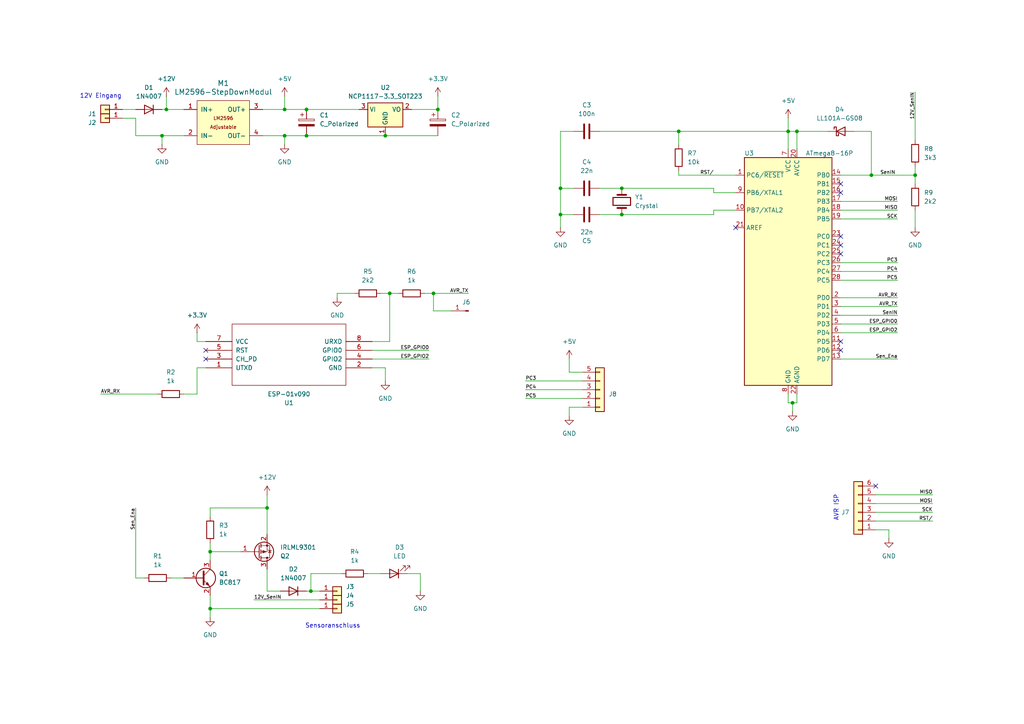
<source format=kicad_sch>
(kicad_sch (version 20231120) (generator "eeschema") (generator_version "8.0")
  (paper "A4")
  (lib_symbols
    (symbol "Connector:Conn_01x01_Pin" (pin_names (offset 1.016) hide)
      (property "Reference" "J" (at 0 2.54 0))
      (property "Value" "Conn_01x01_Pin" (at 0 -2.54 0))
      (symbol "Conn_01x01_Pin_1_1"
        (polyline (pts (xy 1.27 0) (xy 0.8636 0)) (stroke (width 0.1524)))
        (rectangle (start 0.8636 0.127) (end 0 -0.127) (stroke (width 0.1524)) (fill (type outline)))
        (pin passive line (at 5.08 0 180) (length 3.81) (name "Pin_1") (number "1"))
      )
    )
    (symbol "Connector_Generic:Conn_01x01" (pin_names (offset 1.016) hide)
      (property "Reference" "J" (at 0 2.54 0))
      (property "Value" "Conn_01x01" (at 0 -2.54 0))
      (symbol "Conn_01x01_1_1"
        (rectangle (start -1.27 0.127) (end 0 -0.127) (stroke (width 0.1524)))
        (rectangle (start -1.27 1.27) (end 1.27 -1.27) (stroke (width 0.254)) (fill (type background)))
        (pin passive line (at -5.08 0 0) (length 3.81) (name "Pin_1") (number "1"))
      )
    )
    (symbol "Connector_Generic:Conn_01x05" (pin_names (offset 1.016) hide)
      (property "Reference" "J" (at 0 7.62 0))
      (property "Value" "Conn_01x05" (at 0 -7.62 0))
      (symbol "Conn_01x05_1_1"
        (rectangle (start -1.27 -4.953) (end 0 -5.207) (stroke (width 0.1524)))
        (rectangle (start -1.27 -2.413) (end 0 -2.667) (stroke (width 0.1524)))
        (rectangle (start -1.27 0.127) (end 0 -0.127) (stroke (width 0.1524)))
        (rectangle (start -1.27 2.667) (end 0 2.413) (stroke (width 0.1524)))
        (rectangle (start -1.27 5.207) (end 0 4.953) (stroke (width 0.1524)))
        (rectangle (start -1.27 6.35) (end 1.27 -6.35) (stroke (width 0.254)) (fill (type background)))
        (pin passive line (at -5.08 5.08 0) (length 3.81) (name "Pin_1") (number "1"))
        (pin passive line (at -5.08 2.54 0) (length 3.81) (name "Pin_2") (number "2"))
        (pin passive line (at -5.08 0 0) (length 3.81) (name "Pin_3") (number "3"))
        (pin passive line (at -5.08 -2.54 0) (length 3.81) (name "Pin_4") (number "4"))
        (pin passive line (at -5.08 -5.08 0) (length 3.81) (name "Pin_5") (number "5"))
      )
    )
    (symbol "Connector_Generic:Conn_01x06" (pin_names (offset 1.016) hide)
      (property "Reference" "J" (at 0 7.62 0))
      (property "Value" "Conn_01x06" (at 0 -10.16 0))
      (symbol "Conn_01x06_1_1"
        (rectangle (start -1.27 -7.493) (end 0 -7.747) (stroke (width 0.1524)))
        (rectangle (start -1.27 -4.953) (end 0 -5.207) (stroke (width 0.1524)))
        (rectangle (start -1.27 -2.413) (end 0 -2.667) (stroke (width 0.1524)))
        (rectangle (start -1.27 0.127) (end 0 -0.127) (stroke (width 0.1524)))
        (rectangle (start -1.27 2.667) (end 0 2.413) (stroke (width 0.1524)))
        (rectangle (start -1.27 5.207) (end 0 4.953) (stroke (width 0.1524)))
        (rectangle (start -1.27 6.35) (end 1.27 -8.89) (stroke (width 0.254)) (fill (type background)))
        (pin passive line (at -5.08 5.08 0) (length 3.81) (name "Pin_1") (number "1"))
        (pin passive line (at -5.08 2.54 0) (length 3.81) (name "Pin_2") (number "2"))
        (pin passive line (at -5.08 0 0) (length 3.81) (name "Pin_3") (number "3"))
        (pin passive line (at -5.08 -2.54 0) (length 3.81) (name "Pin_4") (number "4"))
        (pin passive line (at -5.08 -5.08 0) (length 3.81) (name "Pin_5") (number "5"))
        (pin passive line (at -5.08 -7.62 0) (length 3.81) (name "Pin_6") (number "6"))
      )
    )
    (symbol "Device:C" (pin_numbers hide) (pin_names (offset 0.254))
      (property "Reference" "C" (at 0.635 2.54 0))
      (property "Value" "C" (at 0.635 -2.54 0))
      (symbol "C_0_1"
        (polyline (pts (xy -2.032 -0.762) (xy 2.032 -0.762)) (stroke (width 0.508)))
        (polyline (pts (xy -2.032 0.762) (xy 2.032 0.762)) (stroke (width 0.508)))
      )
      (symbol "C_1_1"
        (pin passive line (at 0 3.81 270) (length 2.794) (name "~") (number "1"))
        (pin passive line (at 0 -3.81 90) (length 2.794) (name "~") (number "2"))
      )
    )
    (symbol "Device:C_Polarized" (pin_numbers hide) (pin_names (offset 0.254))
      (property "Reference" "C" (at 0.635 2.54 0))
      (property "Value" "C_Polarized" (at 0.635 -2.54 0))
      (symbol "C_Polarized_0_1"
        (rectangle (start -2.286 0.508) (end 2.286 1.016))
        (polyline (pts (xy -1.778 2.286) (xy -0.762 2.286)))
        (polyline (pts (xy -1.27 2.794) (xy -1.27 1.778)))
        (rectangle (start 2.286 -0.508) (end -2.286 -1.016) (fill (type outline)))
      )
      (symbol "C_Polarized_1_1"
        (pin passive line (at 0 3.81 270) (length 2.794) (name "~") (number "1"))
        (pin passive line (at 0 -3.81 90) (length 2.794) (name "~") (number "2"))
      )
    )
    (symbol "Device:Crystal" (pin_numbers hide) (pin_names (offset 1.016) hide)
      (property "Reference" "Y" (at 0 3.81 0))
      (property "Value" "Crystal" (at 0 -3.81 0))
      (symbol "Crystal_0_1"
        (rectangle (start -1.143 2.54) (end 1.143 -2.54) (stroke (width 0.3048)))
        (polyline (pts (xy -2.54 0) (xy -1.905 0)))
        (polyline (pts (xy -1.905 -1.27) (xy -1.905 1.27)) (stroke (width 0.508)))
        (polyline (pts (xy 1.905 -1.27) (xy 1.905 1.27)) (stroke (width 0.508)))
        (polyline (pts (xy 2.54 0) (xy 1.905 0)))
      )
      (symbol "Crystal_1_1"
        (pin passive line (at -3.81 0 0) (length 1.27) (name "1") (number "1"))
        (pin passive line (at 3.81 0 180) (length 1.27) (name "2") (number "2"))
      )
    )
    (symbol "Device:D_Schottky" (pin_numbers hide) (pin_names (offset 1.016) hide)
      (property "Reference" "D" (at 0 2.54 0))
      (property "Value" "D_Schottky" (at 0 -2.54 0))
      (symbol "D_Schottky_0_1"
        (polyline (pts (xy 1.27 0) (xy -1.27 0)))
        (polyline (pts (xy 1.27 1.27) (xy 1.27 -1.27) (xy -1.27 0) (xy 1.27 1.27)) (stroke (width 0.254)))
        (polyline (pts (xy -1.905 0.635) (xy -1.905 1.27) (xy -1.27 1.27) (xy -1.27 -1.27) (xy -0.635 -1.27) (xy -0.635 -0.635)) (stroke (width 0.254)))
      )
      (symbol "D_Schottky_1_1"
        (pin passive line (at -3.81 0 0) (length 2.54) (name "K") (number "1"))
        (pin passive line (at 3.81 0 180) (length 2.54) (name "A") (number "2"))
      )
    )
    (symbol "Device:LED" (pin_numbers hide) (pin_names (offset 1.016) hide)
      (property "Reference" "D" (at 0 2.54 0))
      (property "Value" "LED" (at 0 -2.54 0))
      (symbol "LED_0_1"
        (polyline (pts (xy -1.27 -1.27) (xy -1.27 1.27)) (stroke (width 0.254)))
        (polyline (pts (xy -1.27 0) (xy 1.27 0)))
        (polyline (pts (xy 1.27 -1.27) (xy 1.27 1.27) (xy -1.27 0) (xy 1.27 -1.27)) (stroke (width 0.254)))
        (polyline (pts (xy -3.048 -0.762) (xy -4.572 -2.286) (xy -3.81 -2.286) (xy -4.572 -2.286) (xy -4.572 -1.524)))
        (polyline (pts (xy -1.778 -0.762) (xy -3.302 -2.286) (xy -2.54 -2.286) (xy -3.302 -2.286) (xy -3.302 -1.524)))
      )
      (symbol "LED_1_1"
        (pin passive line (at -3.81 0 0) (length 2.54) (name "K") (number "1"))
        (pin passive line (at 3.81 0 180) (length 2.54) (name "A") (number "2"))
      )
    )
    (symbol "Device:R" (pin_numbers hide) (pin_names (offset 0))
      (property "Reference" "R" (at 2.032 0 90))
      (property "Value" "R" (at 0 0 90))
      (symbol "R_0_1"
        (rectangle (start -1.016 -2.54) (end 1.016 2.54) (stroke (width 0.254)))
      )
      (symbol "R_1_1"
        (pin passive line (at 0 3.81 270) (length 1.27) (name "~") (number "1"))
        (pin passive line (at 0 -3.81 90) (length 1.27) (name "~") (number "2"))
      )
    )
    (symbol "Diode:1N4007" (pin_numbers hide) (pin_names hide)
      (property "Reference" "D" (at 0 2.54 0))
      (property "Value" "1N4007" (at 0 -2.54 0))
      (symbol "1N4007_0_1"
        (polyline (pts (xy -1.27 1.27) (xy -1.27 -1.27)) (stroke (width 0.254)))
        (polyline (pts (xy 1.27 0) (xy -1.27 0)))
        (polyline (pts (xy 1.27 1.27) (xy 1.27 -1.27) (xy -1.27 0) (xy 1.27 1.27)) (stroke (width 0.254)))
      )
      (symbol "1N4007_1_1"
        (pin passive line (at -3.81 0 0) (length 2.54) (name "K") (number "1"))
        (pin passive line (at 3.81 0 180) (length 2.54) (name "A") (number "2"))
      )
    )
    (symbol "ESP8266:ESP-01v090" (pin_names (offset 1.016))
      (property "Reference" "U" (at 0 -2.54 0))
      (property "Value" "ESP-01v090" (at 0 2.54 0))
      (symbol "ESP-01v090_1_0"
        (rectangle (start -16.51 -8.89) (end 16.51 8.89))
      )
      (symbol "ESP-01v090_1_1"
        (pin output line (at -24.13 3.81 0) (length 7.62) (name "UTXD") (number "1"))
        (pin power_in line (at 24.13 3.81 180) (length 7.62) (name "GND") (number "2"))
        (pin input line (at -24.13 1.27 0) (length 7.62) (name "CH_PD") (number "3"))
        (pin tri_state line (at 24.13 1.27 180) (length 7.62) (name "GPIO2") (number "4"))
        (pin input line (at -24.13 -1.27 0) (length 7.62) (name "RST") (number "5"))
        (pin tri_state line (at 24.13 -1.27 180) (length 7.62) (name "GPIO0") (number "6"))
        (pin power_in line (at -24.13 -3.81 0) (length 7.62) (name "VCC") (number "7"))
        (pin input line (at 24.13 -3.81 180) (length 7.62) (name "URXD") (number "8"))
      )
    )
    (symbol "MCU_Microchip_ATmega:ATmega8-16P"
      (property "Reference" "U" (at -12.7 34.29 0))
      (property "Value" "ATmega8-16P" (at 5.08 -34.29 0))
      (symbol "ATmega8-16P_0_1"
        (rectangle (start -12.7 -33.02) (end 12.7 33.02) (stroke (width 0.254)) (fill (type background)))
      )
      (symbol "ATmega8-16P_1_1"
        (pin bidirectional line (at -15.24 27.94 0) (length 2.54) (name "PC6/~{RESET}") (number "1"))
        (pin bidirectional line (at -15.24 17.78 0) (length 2.54) (name "PB7/XTAL2") (number "10"))
        (pin bidirectional line (at 15.24 -20.32 180) (length 2.54) (name "PD5") (number "11"))
        (pin bidirectional line (at 15.24 -22.86 180) (length 2.54) (name "PD6") (number "12"))
        (pin bidirectional line (at 15.24 -25.4 180) (length 2.54) (name "PD7") (number "13"))
        (pin bidirectional line (at 15.24 27.94 180) (length 2.54) (name "PB0") (number "14"))
        (pin bidirectional line (at 15.24 25.4 180) (length 2.54) (name "PB1") (number "15"))
        (pin bidirectional line (at 15.24 22.86 180) (length 2.54) (name "PB2") (number "16"))
        (pin bidirectional line (at 15.24 20.32 180) (length 2.54) (name "PB3") (number "17"))
        (pin bidirectional line (at 15.24 17.78 180) (length 2.54) (name "PB4") (number "18"))
        (pin bidirectional line (at 15.24 15.24 180) (length 2.54) (name "PB5") (number "19"))
        (pin bidirectional line (at 15.24 -7.62 180) (length 2.54) (name "PD0") (number "2"))
        (pin power_in line (at 2.54 35.56 270) (length 2.54) (name "AVCC") (number "20"))
        (pin passive line (at -15.24 12.7 0) (length 2.54) (name "AREF") (number "21"))
        (pin power_in line (at 2.54 -35.56 90) (length 2.54) (name "AGND") (number "22"))
        (pin bidirectional line (at 15.24 10.16 180) (length 2.54) (name "PC0") (number "23"))
        (pin bidirectional line (at 15.24 7.62 180) (length 2.54) (name "PC1") (number "24"))
        (pin bidirectional line (at 15.24 5.08 180) (length 2.54) (name "PC2") (number "25"))
        (pin bidirectional line (at 15.24 2.54 180) (length 2.54) (name "PC3") (number "26"))
        (pin bidirectional line (at 15.24 0 180) (length 2.54) (name "PC4") (number "27"))
        (pin bidirectional line (at 15.24 -2.54 180) (length 2.54) (name "PC5") (number "28"))
        (pin bidirectional line (at 15.24 -10.16 180) (length 2.54) (name "PD1") (number "3"))
        (pin bidirectional line (at 15.24 -12.7 180) (length 2.54) (name "PD2") (number "4"))
        (pin bidirectional line (at 15.24 -15.24 180) (length 2.54) (name "PD3") (number "5"))
        (pin bidirectional line (at 15.24 -17.78 180) (length 2.54) (name "PD4") (number "6"))
        (pin power_in line (at 0 35.56 270) (length 2.54) (name "VCC") (number "7"))
        (pin power_in line (at 0 -35.56 90) (length 2.54) (name "GND") (number "8"))
        (pin bidirectional line (at -15.24 22.86 0) (length 2.54) (name "PB6/XTAL1") (number "9"))
      )
    )
    (symbol "RP_Library:LM2596-StepDownModul" (pin_names (offset 1.016))
      (property "Reference" "M" (at 0 7.62 0))
      (property "Value" "LM2596-StepDownModul" (at 0 10.16 0))
      (symbol "LM2596-StepDownModul_0_0"
        (text "Adjustable" (at 0 -1.27 0) (effects (font (size 0.9906 0.9906))))
        (text "LM2596" (at 0 1.27 0) (effects (font (size 0.9906 0.9906))))
      )
      (symbol "LM2596-StepDownModul_0_1"
        (rectangle (start -7.62 6.35) (end 7.62 -6.35) (fill (type background)))
        (rectangle (start 7.62 -6.35) (end 7.62 -6.35))
      )
      (symbol "LM2596-StepDownModul_1_1"
        (pin passive line (at -11.43 3.81 0) (length 3.81) (name "IN+") (number "1"))
        (pin passive line (at -11.43 -3.81 0) (length 3.81) (name "IN-") (number "2"))
        (pin passive line (at 11.43 3.81 180) (length 3.81) (name "OUT+") (number "3"))
        (pin passive line (at 11.43 -3.81 180) (length 3.81) (name "OUT-") (number "4"))
      )
    )
    (symbol "Regulator_Linear:NCP1117-3.3_SOT223"
      (property "Reference" "U" (at -3.81 3.175 0))
      (property "Value" "NCP1117-3.3_SOT223" (at 0 3.175 0))
      (symbol "NCP1117-3.3_SOT223_0_1"
        (rectangle (start -5.08 -5.08) (end 5.08 1.905) (stroke (width 0.254)) (fill (type background)))
      )
      (symbol "NCP1117-3.3_SOT223_1_1"
        (pin power_in line (at 0 -7.62 90) (length 2.54) (name "GND") (number "1"))
        (pin power_out line (at 7.62 0 180) (length 2.54) (name "VO") (number "2"))
        (pin power_in line (at -7.62 0 0) (length 2.54) (name "VI") (number "3"))
      )
    )
    (symbol "Transistor_BJT:BC817" (pin_names (offset 0) hide)
      (property "Reference" "Q" (at 5.08 1.905 0))
      (property "Value" "BC817" (at 5.08 0 0))
      (symbol "BC817_0_1"
        (polyline (pts (xy 0.635 0.635) (xy 2.54 2.54)))
        (polyline (pts (xy 0.635 -0.635) (xy 2.54 -2.54) (xy 2.54 -2.54)))
        (polyline (pts (xy 0.635 1.905) (xy 0.635 -1.905) (xy 0.635 -1.905)) (stroke (width 0.508)))
        (polyline (pts (xy 1.27 -1.778) (xy 1.778 -1.27) (xy 2.286 -2.286) (xy 1.27 -1.778) (xy 1.27 -1.778)) (fill (type outline)))
        (circle (center 1.27 0) (radius 2.8194) (stroke (width 0.254)))
      )
      (symbol "BC817_1_1"
        (pin input line (at -5.08 0 0) (length 5.715) (name "B") (number "1"))
        (pin passive line (at 2.54 -5.08 90) (length 2.54) (name "E") (number "2"))
        (pin passive line (at 2.54 5.08 270) (length 2.54) (name "C") (number "3"))
      )
    )
    (symbol "Transistor_FET:IRLML9301" (pin_names hide)
      (property "Reference" "Q" (at 5.08 1.905 0))
      (property "Value" "IRLML9301" (at 5.08 0 0))
      (symbol "IRLML9301_0_1"
        (polyline (pts (xy 0.254 0) (xy -2.54 0)))
        (polyline (pts (xy 0.254 1.905) (xy 0.254 -1.905)) (stroke (width 0.254)))
        (polyline (pts (xy 0.762 -1.27) (xy 0.762 -2.286)) (stroke (width 0.254)))
        (polyline (pts (xy 0.762 0.508) (xy 0.762 -0.508)) (stroke (width 0.254)))
        (polyline (pts (xy 0.762 2.286) (xy 0.762 1.27)) (stroke (width 0.254)))
        (polyline (pts (xy 2.54 2.54) (xy 2.54 1.778)))
        (polyline (pts (xy 2.54 -2.54) (xy 2.54 0) (xy 0.762 0)))
        (polyline (pts (xy 0.762 1.778) (xy 3.302 1.778) (xy 3.302 -1.778) (xy 0.762 -1.778)))
        (polyline (pts (xy 2.286 0) (xy 1.27 0.381) (xy 1.27 -0.381) (xy 2.286 0)) (fill (type outline)))
        (polyline (pts (xy 2.794 -0.508) (xy 2.921 -0.381) (xy 3.683 -0.381) (xy 3.81 -0.254)))
        (polyline (pts (xy 3.302 -0.381) (xy 2.921 0.254) (xy 3.683 0.254) (xy 3.302 -0.381)))
        (circle (center 1.651 0) (radius 2.794) (stroke (width 0.254)))
        (circle (center 2.54 -1.778) (radius 0.254) (fill (type outline)))
        (circle (center 2.54 1.778) (radius 0.254) (fill (type outline)))
      )
      (symbol "IRLML9301_1_1"
        (pin input line (at -5.08 0 0) (length 2.54) (name "G") (number "1"))
        (pin passive line (at 2.54 -5.08 90) (length 2.54) (name "S") (number "2"))
        (pin passive line (at 2.54 5.08 270) (length 2.54) (name "D") (number "3"))
      )
    )
    (symbol "power:+12V" (power) (pin_numbers hide) (pin_names (offset 0) hide)
      (property "Value" "+12V" (at 0 3.556 0))
      (symbol "+12V_0_1"
        (polyline (pts (xy -0.762 1.27) (xy 0 2.54)))
        (polyline (pts (xy 0 0) (xy 0 2.54)))
        (polyline (pts (xy 0 2.54) (xy 0.762 1.27)))
      )
      (symbol "+12V_1_1"
        (pin power_in line (at 0 0 90) (length 0) (name "~") (number "1"))
      )
    )
    (symbol "power:+3.3V" (power) (pin_numbers hide) (pin_names (offset 0) hide)
      (property "Value" "+3.3V" (at 0 3.556 0))
      (symbol "+3.3V_0_1"
        (polyline (pts (xy -0.762 1.27) (xy 0 2.54)))
        (polyline (pts (xy 0 0) (xy 0 2.54)))
        (polyline (pts (xy 0 2.54) (xy 0.762 1.27)))
      )
      (symbol "+3.3V_1_1"
        (pin power_in line (at 0 0 90) (length 0) (name "~") (number "1"))
      )
    )
    (symbol "power:+5V" (power) (pin_numbers hide) (pin_names (offset 0) hide)
      (property "Value" "+5V" (at 0 3.556 0))
      (symbol "+5V_0_1"
        (polyline (pts (xy -0.762 1.27) (xy 0 2.54)))
        (polyline (pts (xy 0 0) (xy 0 2.54)))
        (polyline (pts (xy 0 2.54) (xy 0.762 1.27)))
      )
      (symbol "+5V_1_1"
        (pin power_in line (at 0 0 90) (length 0) (name "~") (number "1"))
      )
    )
    (symbol "power:GND" (power) (pin_numbers hide) (pin_names (offset 0) hide)
      (property "Value" "GND" (at 0 -3.81 0))
      (symbol "GND_0_1"
        (polyline (pts (xy 0 0) (xy 0 -1.27) (xy 1.27 -1.27) (xy 0 -2.54) (xy -1.27 -1.27) (xy 0 -1.27)))
      )
      (symbol "GND_1_1"
        (pin power_in line (at 0 0 270) (length 0) (name "~") (number "1"))
      )
    )
  )
  (junction (at 228.6 38.1))
  (junction (at 60.96 176.53))
  (junction (at 162.56 62.23))
  (junction (at 90.17 171.45))
  (junction (at 265.43 50.8))
  (junction (at 60.96 160.02))
  (junction (at 180.34 54.61))
  (junction (at 180.34 62.23))
  (junction (at 88.9 39.37))
  (junction (at 162.56 54.61))
  (junction (at 82.55 31.75))
  (junction (at 111.76 39.37))
  (junction (at 113.03 85.09))
  (junction (at 82.55 39.37))
  (junction (at 125.73 85.09))
  (junction (at 127 31.75))
  (junction (at 77.47 147.32))
  (junction (at 46.99 39.37))
  (junction (at 196.85 38.1))
  (junction (at 88.9 31.75))
  (junction (at 231.14 38.1))
  (junction (at 48.26 31.75))
  (junction (at 252.73 50.8))
  (junction (at 229.87 116.84))
  (no_connect (at 243.84 101.6))
  (no_connect (at 59.69 101.6))
  (no_connect (at 243.84 73.66))
  (no_connect (at 254 140.97))
  (no_connect (at 243.84 68.58))
  (no_connect (at 243.84 55.88))
  (no_connect (at 213.36 66.04))
  (no_connect (at 59.69 104.14))
  (no_connect (at 243.84 99.06))
  (no_connect (at 243.84 53.34))
  (no_connect (at 243.84 71.12))
  (wire (pts (xy 106.68 166.37) (xy 110.49 166.37)))
  (wire (pts (xy 162.56 54.61) (xy 162.56 38.1)))
  (wire (pts (xy 165.1 118.11) (xy 165.1 120.65)))
  (wire (pts (xy 207.01 55.88) (xy 207.01 54.61)))
  (wire (pts (xy 168.91 115.57) (xy 152.4 115.57)))
  (wire (pts (xy 57.15 99.06) (xy 59.69 99.06)))
  (wire (pts (xy 196.85 50.8) (xy 196.85 49.53)))
  (wire (pts (xy 57.15 96.52) (xy 57.15 99.06)))
  (wire (pts (xy 46.99 31.75) (xy 48.26 31.75)))
  (wire (pts (xy 57.15 106.68) (xy 57.15 114.3)))
  (wire (pts (xy 254 153.67) (xy 257.81 153.67)))
  (wire (pts (xy 243.84 86.36) (xy 260.35 86.36)))
  (wire (pts (xy 60.96 157.48) (xy 60.96 160.02)))
  (wire (pts (xy 39.37 34.29) (xy 39.37 39.37)))
  (wire (pts (xy 45.72 114.3) (xy 29.21 114.3)))
  (wire (pts (xy 213.36 55.88) (xy 207.01 55.88)))
  (wire (pts (xy 60.96 176.53) (xy 92.71 176.53)))
  (wire (pts (xy 162.56 62.23) (xy 162.56 66.04)))
  (wire (pts (xy 35.56 31.75) (xy 39.37 31.75)))
  (wire (pts (xy 46.99 39.37) (xy 46.99 41.91)))
  (wire (pts (xy 107.95 106.68) (xy 111.76 106.68)))
  (wire (pts (xy 88.9 31.75) (xy 104.14 31.75)))
  (wire (pts (xy 228.6 114.3) (xy 228.6 116.84)))
  (wire (pts (xy 77.47 165.1) (xy 77.47 171.45)))
  (wire (pts (xy 60.96 149.86) (xy 60.96 147.32)))
  (wire (pts (xy 196.85 50.8) (xy 213.36 50.8)))
  (wire (pts (xy 39.37 147.32) (xy 39.37 167.64)))
  (wire (pts (xy 125.73 90.17) (xy 125.73 85.09)))
  (wire (pts (xy 123.19 85.09) (xy 125.73 85.09)))
  (wire (pts (xy 97.79 85.09) (xy 97.79 86.36)))
  (wire (pts (xy 243.84 63.5) (xy 260.35 63.5)))
  (wire (pts (xy 243.84 91.44) (xy 260.35 91.44)))
  (wire (pts (xy 229.87 116.84) (xy 231.14 116.84)))
  (wire (pts (xy 82.55 39.37) (xy 82.55 41.91)))
  (wire (pts (xy 243.84 88.9) (xy 260.35 88.9)))
  (wire (pts (xy 60.96 176.53) (xy 60.96 179.07)))
  (wire (pts (xy 111.76 106.68) (xy 111.76 110.49)))
  (wire (pts (xy 265.43 48.26) (xy 265.43 50.8)))
  (wire (pts (xy 88.9 171.45) (xy 90.17 171.45)))
  (wire (pts (xy 252.73 38.1) (xy 252.73 50.8)))
  (wire (pts (xy 90.17 171.45) (xy 92.71 171.45)))
  (wire (pts (xy 228.6 116.84) (xy 229.87 116.84)))
  (wire (pts (xy 130.81 90.17) (xy 125.73 90.17)))
  (wire (pts (xy 111.76 39.37) (xy 127 39.37)))
  (wire (pts (xy 127 27.94) (xy 127 31.75)))
  (wire (pts (xy 196.85 38.1) (xy 228.6 38.1)))
  (wire (pts (xy 243.84 60.96) (xy 260.35 60.96)))
  (wire (pts (xy 207.01 62.23) (xy 180.34 62.23)))
  (wire (pts (xy 243.84 76.2) (xy 260.35 76.2)))
  (wire (pts (xy 228.6 38.1) (xy 231.14 38.1)))
  (wire (pts (xy 254 146.05) (xy 270.51 146.05)))
  (wire (pts (xy 247.65 38.1) (xy 252.73 38.1)))
  (wire (pts (xy 49.53 167.64) (xy 53.34 167.64)))
  (wire (pts (xy 57.15 106.68) (xy 59.69 106.68)))
  (wire (pts (xy 168.91 107.95) (xy 165.1 107.95)))
  (wire (pts (xy 77.47 171.45) (xy 81.28 171.45)))
  (wire (pts (xy 39.37 39.37) (xy 46.99 39.37)))
  (wire (pts (xy 231.14 116.84) (xy 231.14 114.3)))
  (wire (pts (xy 35.56 34.29) (xy 39.37 34.29)))
  (wire (pts (xy 207.01 54.61) (xy 180.34 54.61)))
  (wire (pts (xy 113.03 85.09) (xy 110.49 85.09)))
  (wire (pts (xy 88.9 39.37) (xy 111.76 39.37)))
  (wire (pts (xy 257.81 153.67) (xy 257.81 156.21)))
  (wire (pts (xy 107.95 99.06) (xy 113.03 99.06)))
  (wire (pts (xy 228.6 34.29) (xy 228.6 38.1)))
  (wire (pts (xy 173.99 38.1) (xy 196.85 38.1)))
  (wire (pts (xy 243.84 78.74) (xy 260.35 78.74)))
  (wire (pts (xy 69.85 160.02) (xy 60.96 160.02)))
  (wire (pts (xy 125.73 85.09) (xy 135.89 85.09)))
  (wire (pts (xy 243.84 81.28) (xy 260.35 81.28)))
  (wire (pts (xy 48.26 31.75) (xy 53.34 31.75)))
  (wire (pts (xy 77.47 147.32) (xy 77.47 154.94)))
  (wire (pts (xy 90.17 166.37) (xy 99.06 166.37)))
  (wire (pts (xy 82.55 31.75) (xy 88.9 31.75)))
  (wire (pts (xy 168.91 113.03) (xy 152.4 113.03)))
  (wire (pts (xy 254 148.59) (xy 270.51 148.59)))
  (wire (pts (xy 254 151.13) (xy 270.51 151.13)))
  (wire (pts (xy 229.87 116.84) (xy 229.87 119.38)))
  (wire (pts (xy 165.1 107.95) (xy 165.1 104.14)))
  (wire (pts (xy 168.91 118.11) (xy 165.1 118.11)))
  (wire (pts (xy 73.66 173.99) (xy 92.71 173.99)))
  (wire (pts (xy 90.17 171.45) (xy 90.17 166.37)))
  (wire (pts (xy 82.55 31.75) (xy 82.55 27.94)))
  (wire (pts (xy 60.96 172.72) (xy 60.96 176.53)))
  (wire (pts (xy 228.6 38.1) (xy 228.6 43.18)))
  (wire (pts (xy 196.85 38.1) (xy 196.85 41.91)))
  (wire (pts (xy 121.92 166.37) (xy 121.92 171.45)))
  (wire (pts (xy 107.95 104.14) (xy 124.46 104.14)))
  (wire (pts (xy 82.55 39.37) (xy 88.9 39.37)))
  (wire (pts (xy 207.01 60.96) (xy 207.01 62.23)))
  (wire (pts (xy 102.87 85.09) (xy 97.79 85.09)))
  (wire (pts (xy 162.56 62.23) (xy 166.37 62.23)))
  (wire (pts (xy 168.91 110.49) (xy 152.4 110.49)))
  (wire (pts (xy 76.2 31.75) (xy 82.55 31.75)))
  (wire (pts (xy 57.15 114.3) (xy 53.34 114.3)))
  (wire (pts (xy 118.11 166.37) (xy 121.92 166.37)))
  (wire (pts (xy 77.47 143.51) (xy 77.47 147.32)))
  (wire (pts (xy 113.03 99.06) (xy 113.03 85.09)))
  (wire (pts (xy 243.84 96.52) (xy 260.35 96.52)))
  (wire (pts (xy 243.84 93.98) (xy 260.35 93.98)))
  (wire (pts (xy 119.38 31.75) (xy 127 31.75)))
  (wire (pts (xy 76.2 39.37) (xy 82.55 39.37)))
  (wire (pts (xy 243.84 104.14) (xy 260.35 104.14)))
  (wire (pts (xy 243.84 50.8) (xy 252.73 50.8)))
  (wire (pts (xy 107.95 101.6) (xy 124.46 101.6)))
  (wire (pts (xy 162.56 54.61) (xy 162.56 62.23)))
  (wire (pts (xy 41.91 167.64) (xy 39.37 167.64)))
  (wire (pts (xy 265.43 50.8) (xy 265.43 53.34)))
  (wire (pts (xy 231.14 38.1) (xy 240.03 38.1)))
  (wire (pts (xy 53.34 39.37) (xy 46.99 39.37)))
  (wire (pts (xy 48.26 27.94) (xy 48.26 31.75)))
  (wire (pts (xy 173.99 54.61) (xy 180.34 54.61)))
  (wire (pts (xy 252.73 50.8) (xy 265.43 50.8)))
  (wire (pts (xy 60.96 160.02) (xy 60.96 162.56)))
  (wire (pts (xy 173.99 62.23) (xy 180.34 62.23)))
  (wire (pts (xy 213.36 60.96) (xy 207.01 60.96)))
  (wire (pts (xy 113.03 85.09) (xy 115.57 85.09)))
  (wire (pts (xy 162.56 38.1) (xy 166.37 38.1)))
  (wire (pts (xy 265.43 60.96) (xy 265.43 66.04)))
  (wire (pts (xy 60.96 147.32) (xy 77.47 147.32)))
  (wire (pts (xy 265.43 26.67) (xy 265.43 40.64)))
  (wire (pts (xy 166.37 54.61) (xy 162.56 54.61)))
  (wire (pts (xy 231.14 38.1) (xy 231.14 43.18)))
  (wire (pts (xy 243.84 58.42) (xy 260.35 58.42)))
  (wire (pts (xy 254 143.51) (xy 270.51 143.51)))
  (text "12V Eingang" (at 29.21 27.94 0) (effects (font (size 1.27 1.27))))
  (text "Sensoranschluss" (at 96.52 181.61 0) (effects (font (size 1.27 1.27))))
  (text "AVR ISP" (at 242.57 147.32 90) (effects (font (size 1.27 1.27))))
  (label "MOSI" (at 260.35 58.42 180) (effects (font (size 1 1))))
  (label "PC3" (at 260.35 76.2 180) (effects (font (size 1 1))))
  (label "12V_SenIN" (at 265.43 26.67 270) (effects (font (size 1 1))))
  (label "MOSI" (at 270.51 146.05 180) (effects (font (size 1 1))))
  (label "ESP_GPIO0" (at 260.35 93.98 180) (effects (font (size 1 1))))
  (label "RST{slash}" (at 270.51 151.13 180) (effects (font (size 1 1))))
  (label "PC3" (at 152.4 110.49 0) (effects (font (size 1 1))))
  (label "SCK" (at 260.35 63.5 180) (effects (font (size 1 1))))
  (label "12V_SenIN" (at 73.66 173.99 0) (effects (font (size 1 1))))
  (label "AVR_RX" (at 29.21 114.3 0) (effects (font (size 1 1))))
  (label "AVR_RX" (at 260.35 86.36 180) (effects (font (size 1 1))))
  (label "PC5" (at 260.35 81.28 180) (effects (font (size 1 1))))
  (label "ESP_GPIO2" (at 260.35 96.52 180) (effects (font (size 1 1))))
  (label "ESP_GPIO0" (at 124.46 101.6 180) (effects (font (size 1 1))))
  (label "AVR_TX" (at 260.35 88.9 180) (effects (font (size 1 1))))
  (label "MISO" (at 260.35 60.96 180) (effects (font (size 1 1))))
  (label "Sen_Ena" (at 39.37 147.32 270) (effects (font (size 1 1))))
  (label "AVR_TX" (at 135.89 85.09 180) (effects (font (size 1 1))))
  (label "MISO" (at 270.51 143.51 180) (effects (font (size 1 1))))
  (label "SenIN" (at 255.27 50.8 0) (effects (font (size 1 1))))
  (label "PC5" (at 152.4 115.57 0) (effects (font (size 1 1))))
  (label "PC4" (at 260.35 78.74 180) (effects (font (size 1 1))))
  (label "Sen_Ena" (at 260.35 104.14 180) (effects (font (size 1 1))))
  (label "RST{slash}" (at 207.01 50.8 180) (effects (font (size 1 1))))
  (label "ESP_GPIO2" (at 124.46 104.14 180) (effects (font (size 1 1))))
  (label "PC4" (at 152.4 113.03 0) (effects (font (size 1 1))))
  (label "SenIN" (at 260.35 91.44 180) (effects (font (size 1 1))))
  (label "SCK" (at 270.51 148.59 180) (effects (font (size 1 1))))
  (symbol (lib_id "power:GND") (at 121.92 171.45 0) (unit 1)
    (property "Reference" "#PWR010" (effects (hide yes)))
    (property "Value" "GND" (at 121.92 176.53 0))
    (property "Description" "Power symbol creates a global label with name \"GND\" , ground" (effects (hide yes)))
  )
  (symbol (lib_id "RP_Library:LM2596-StepDownModul") (at 64.77 35.56 0) (unit 1)
    (property "Reference" "M1" (at 64.77 24.13 0) (effects (font (size 1.524 1.524))))
    (property "Value" "LM2596-StepDownModul" (at 64.77 26.67 0) (effects (font (size 1.524 1.524))))
    (property "Footprint" "RP_Footprints_01:YAAJ_DCDC_StepDown_LM2596_noSilk" (effects (hide yes)))
    (property "Description" "StepDownModul, ebay, LM2596" (effects (hide yes)))
  )
  (symbol (lib_id "Device:R") (at 196.85 45.72 180) (unit 1)
    (property "Reference" "R7" (at 199.39 44.4499 0) (effects (justify right)))
    (property "Value" "10k" (at 199.39 46.9899 0) (effects (justify right)))
    (property "Footprint" "Resistor_SMD:R_0805_2012Metric" (effects (hide yes)))
    (property "Description" "Resistor" (effects (hide yes)))
  )
  (symbol (lib_id "Connector_Generic:Conn_01x01") (at 97.79 171.45 0) (unit 1)
    (property "Reference" "J3" (at 100.33 170.1799 0) (effects (justify left)))
    (property "Value" "Conn_01x01" (effects (hide yes)))
    (property "Footprint" "RP_Footprints_01:Wago236-743_RM5" (effects (hide yes)))
    (property "Description" "Generic connector, single row, 01x01, script generated (kicad-library-utils/schlib/autogen/connector/)" (effects (hide yes)))
  )
  (symbol (lib_id "power:+12V") (at 48.26 27.94 0) (unit 1)
    (property "Reference" "#PWR02" (effects (hide yes)))
    (property "Value" "+12V" (at 48.26 22.86 0))
    (property "Description" "Power symbol creates a global label with name \"+12V\"" (effects (hide yes)))
  )
  (symbol (lib_id "power:+5V") (at 228.6 34.29 0) (unit 1)
    (property "Reference" "#PWR012" (effects (hide yes)))
    (property "Value" "+5V" (at 228.6 29.21 0))
    (property "Description" "Power symbol creates a global label with name \"+5V\"" (effects (hide yes)))
  )
  (symbol (lib_id "power:GND") (at 60.96 179.07 0) (unit 1)
    (property "Reference" "#PWR04" (effects (hide yes)))
    (property "Value" "GND" (at 60.96 184.15 0))
    (property "Description" "Power symbol creates a global label with name \"GND\" , ground" (effects (hide yes)))
  )
  (symbol (lib_id "power:GND") (at 257.81 156.21 0) (unit 1)
    (property "Reference" "#PWR014" (effects (hide yes)))
    (property "Value" "GND" (at 257.81 161.29 0))
    (property "Description" "Power symbol creates a global label with name \"GND\" , ground" (effects (hide yes)))
  )
  (symbol (lib_id "Connector_Generic:Conn_01x01") (at 30.48 34.29 180) (unit 1)
    (property "Reference" "J2" (at 27.94 35.5601 0) (effects (justify left)))
    (property "Value" "Conn_01x01" (effects (hide yes)))
    (property "Footprint" "RP_Footprints_01:Wago236-743_RM5" (effects (hide yes)))
    (property "Description" "Generic connector, single row, 01x01, script generated (kicad-library-utils/schlib/autogen/connector/)" (effects (hide yes)))
  )
  (symbol (lib_id "Connector_Generic:Conn_01x01") (at 97.79 176.53 0) (unit 1)
    (property "Reference" "J5" (at 100.33 175.2599 0) (effects (justify left)))
    (property "Value" "Conn_01x01" (effects (hide yes)))
    (property "Footprint" "RP_Footprints_01:Wago236-743_RM5" (effects (hide yes)))
    (property "Description" "Generic connector, single row, 01x01, script generated (kicad-library-utils/schlib/autogen/connector/)" (effects (hide yes)))
  )
  (symbol (lib_id "Connector:Conn_01x01_Pin") (at 135.89 90.17 180) (unit 1)
    (property "Reference" "J6" (at 135.255 87.63 0))
    (property "Value" "Conn_01x01_Pin" (effects (hide yes)))
    (property "Footprint" "Connector_PinHeader_2.54mm:PinHeader_1x01_P2.54mm_Vertical" (effects (hide yes)))
    (property "Description" "Generic connector, single row, 01x01, script generated" (effects (hide yes)))
  )
  (symbol (lib_id "Device:C_Polarized") (at 88.9 35.56 0) (unit 1)
    (property "Reference" "C1" (at 92.71 33.4009 0) (effects (justify left)))
    (property "Value" "C_Polarized" (at 92.71 35.9409 0) (effects (justify left)))
    (property "Footprint" "Capacitor_THT:CP_Radial_D5.0mm_P2.00mm" (effects (hide yes)))
    (property "Description" "Polarized capacitor" (effects (hide yes)))
  )
  (symbol (lib_id "Connector_Generic:Conn_01x01") (at 97.79 173.99 0) (unit 1)
    (property "Reference" "J4" (at 100.33 172.7199 0) (effects (justify left)))
    (property "Value" "Conn_01x01" (effects (hide yes)))
    (property "Footprint" "RP_Footprints_01:Wago236-743_RM5" (effects (hide yes)))
    (property "Description" "Generic connector, single row, 01x01, script generated (kicad-library-utils/schlib/autogen/connector/)" (effects (hide yes)))
  )
  (symbol (lib_id "power:+5V") (at 165.1 104.14 0) (unit 1)
    (property "Reference" "#PWR018" (effects (hide yes)))
    (property "Value" "+5V" (at 165.1 99.06 0))
    (property "Description" "Power symbol creates a global label with name \"+5V\"" (effects (hide yes)))
  )
  (symbol (lib_id "Device:C") (at 170.18 38.1 90) (unit 1)
    (property "Reference" "C3" (at 170.18 30.48 90))
    (property "Value" "100n" (at 170.18 33.02 90))
    (property "Footprint" "Capacitor_SMD:C_0805_2012Metric" (effects (hide yes)))
    (property "Description" "Unpolarized capacitor" (effects (hide yes)))
  )
  (symbol (lib_id "power:GND") (at 46.99 41.91 0) (mirror y) (unit 1)
    (property "Reference" "#PWR01" (effects (hide yes)))
    (property "Value" "GND" (at 46.99 46.99 0))
    (property "Description" "Power symbol creates a global label with name \"GND\" , ground" (effects (hide yes)))
  )
  (symbol (lib_id "Transistor_FET:IRLML9301") (at 74.93 160.02 0) (mirror x) (unit 1)
    (property "Reference" "Q2" (at 81.28 161.2901 0) (effects (justify left)))
    (property "Value" "IRLML9301" (at 81.28 158.7501 0) (effects (justify left)))
    (property "Footprint" "Package_TO_SOT_SMD:SOT-23" (effects (hide yes)))
    (property "Datasheet" "https://www.infineon.com/dgdl/irlml9301pbf.pdf?fileId=5546d462533600a401535668e5e42640" (effects (hide yes)))
    (property "Description" "-3.6A Id, -30V Vds, 64mOhm Rds, P-Channel HEXFET Power MOSFET, SOT-23" (effects (hide yes)))
  )
  (symbol (lib_id "Connector_Generic:Conn_01x06") (at 248.92 148.59 180) (unit 1)
    (property "Reference" "J7" (at 246.38 148.5901 0) (effects (justify left)))
    (property "Value" "Conn_01x06" (effects (hide yes)))
    (property "Footprint" "Connector_Molex:Molex_PicoBlade_53398-0671_1x06-1MP_P1.25mm_Vertical" (effects (hide yes)))
    (property "Description" "Generic connector, single row, 01x06, script generated (kicad-library-utils/schlib/autogen/connector/)" (effects (hide yes)))
  )
  (symbol (lib_id "power:GND") (at 165.1 120.65 0) (unit 1)
    (property "Reference" "#PWR017" (effects (hide yes)))
    (property "Value" "GND" (at 165.1 125.73 0))
    (property "Description" "Power symbol creates a global label with name \"GND\" , ground" (effects (hide yes)))
  )
  (symbol (lib_id "MCU_Microchip_ATmega:ATmega8-16P") (at 228.6 78.74 0) (unit 1)
    (property "Reference" "U3" (at 215.9 44.45 0) (effects (justify left)))
    (property "Value" "ATmega8-16P" (at 233.68 44.45 0) (effects (justify left)))
    (property "Footprint" "Package_DIP:DIP-28_W7.62mm" (effects (hide yes)))
    (property "Datasheet" "http://ww1.microchip.com/downloads/en/DeviceDoc/atmel-2486-8-bit-avr-microcontroller-atmega8_l_datasheet.pdf" (effects (hide yes)))
    (property "Description" "16MHz, 8kB Flash, 1kB SRAM, 512B EEPROM, DIP-28" (effects (hide yes)))
  )
  (symbol (lib_id "Device:R") (at 265.43 57.15 0) (mirror y) (unit 1)
    (property "Reference" "R9" (at 267.97 55.8799 0) (effects (justify right)))
    (property "Value" "2k2" (at 267.97 58.4199 0) (effects (justify right)))
    (property "Footprint" "Resistor_SMD:R_0805_2012Metric" (effects (hide yes)))
    (property "Description" "Resistor" (effects (hide yes)))
  )
  (symbol (lib_id "Diode:1N4007") (at 43.18 31.75 180) (unit 1)
    (property "Reference" "D1" (at 43.18 25.4 0))
    (property "Value" "1N4007" (at 43.18 27.94 0))
    (property "Footprint" "Diode_THT:D_DO-41_SOD81_P10.16mm_Horizontal" (effects (hide yes)))
    (property "Datasheet" "http://www.vishay.com/docs/88503/1n4001.pdf" (effects (hide yes)))
    (property "Description" "1000V 1A General Purpose Rectifier Diode, DO-41" (effects (hide yes)))
    (property "Sim.Device" "D" (effects (hide yes)))
    (property "Sim.Pins" "1=K 2=A" (effects (hide yes)))
  )
  (symbol (lib_id "power:GND") (at 111.76 110.49 0) (unit 1)
    (property "Reference" "#PWR09" (effects (hide yes)))
    (property "Value" "GND" (at 111.76 115.57 0))
    (property "Description" "Power symbol creates a global label with name \"GND\" , ground" (effects (hide yes)))
  )
  (symbol (lib_id "power:+3.3V") (at 57.15 96.52 0) (unit 1)
    (property "Reference" "#PWR03" (effects (hide yes)))
    (property "Value" "+3.3V" (at 57.15 91.44 0))
    (property "Description" "Power symbol creates a global label with name \"+3.3V\"" (effects (hide yes)))
  )
  (symbol (lib_id "Device:R") (at 265.43 44.45 0) (mirror y) (unit 1)
    (property "Reference" "R8" (at 267.97 43.1799 0) (effects (justify right)))
    (property "Value" "3k3" (at 267.97 45.7199 0) (effects (justify right)))
    (property "Footprint" "Resistor_SMD:R_0805_2012Metric" (effects (hide yes)))
    (property "Description" "Resistor" (effects (hide yes)))
  )
  (symbol (lib_id "Regulator_Linear:NCP1117-3.3_SOT223") (at 111.76 31.75 0) (unit 1)
    (property "Reference" "U2" (at 111.76 25.4 0))
    (property "Value" "NCP1117-3.3_SOT223" (at 111.76 27.94 0))
    (property "Footprint" "Package_TO_SOT_SMD:SOT-223-3_TabPin2" (effects (hide yes)))
    (property "Datasheet" "http://www.onsemi.com/pub_link/Collateral/NCP1117-D.PDF" (effects (hide yes)))
    (property "Description" "1A Low drop-out regulator, Fixed Output 3.3V, SOT-223" (effects (hide yes)))
  )
  (symbol (lib_id "Device:R") (at 106.68 85.09 270) (unit 1)
    (property "Reference" "R5" (at 106.68 78.74 90))
    (property "Value" "2k2" (at 106.68 81.28 90))
    (property "Footprint" "Resistor_SMD:R_0805_2012Metric" (effects (hide yes)))
    (property "Description" "Resistor" (effects (hide yes)))
  )
  (symbol (lib_id "ESP8266:ESP-01v090") (at 83.82 102.87 0) (mirror x) (unit 1)
    (property "Reference" "U1" (at 83.82 116.84 0))
    (property "Value" "ESP-01v090" (at 83.82 114.3 0))
    (property "Footprint" "ESP8266:ESP-01" (effects (hide yes)))
    (property "Datasheet" "http://l0l.org.uk/2014/12/esp8266-modules-hardware-guide-gotta-catch-em-all/" (effects (hide yes)))
    (property "Description" "ESP8266 ESP-01 module, v090" (effects (hide yes)))
  )
  (symbol (lib_id "Device:Crystal") (at 180.34 58.42 90) (unit 1)
    (property "Reference" "Y1" (at 184.15 57.1499 90) (effects (justify right)))
    (property "Value" "Crystal" (at 184.15 59.6899 90) (effects (justify right)))
    (property "Footprint" "Crystal:Crystal_HC49-4H_Vertical" (effects (hide yes)))
    (property "Description" "Two pin crystal" (effects (hide yes)))
  )
  (symbol (lib_id "power:+12V") (at 77.47 143.51 0) (unit 1)
    (property "Reference" "#PWR05" (effects (hide yes)))
    (property "Value" "+12V" (at 77.47 138.43 0))
    (property "Description" "Power symbol creates a global label with name \"+12V\"" (effects (hide yes)))
  )
  (symbol (lib_id "power:GND") (at 265.43 66.04 0) (mirror y) (unit 1)
    (property "Reference" "#PWR015" (effects (hide yes)))
    (property "Value" "GND" (at 265.43 71.12 0))
    (property "Description" "Power symbol creates a global label with name \"GND\" , ground" (effects (hide yes)))
  )
  (symbol (lib_id "Device:R") (at 45.72 167.64 270) (unit 1)
    (property "Reference" "R1" (at 45.72 161.29 90))
    (property "Value" "1k" (at 45.72 163.83 90))
    (property "Footprint" "Resistor_SMD:R_0805_2012Metric" (effects (hide yes)))
    (property "Description" "Resistor" (effects (hide yes)))
  )
  (symbol (lib_id "Device:R") (at 119.38 85.09 270) (unit 1)
    (property "Reference" "R6" (at 119.38 78.74 90))
    (property "Value" "1k" (at 119.38 81.28 90))
    (property "Footprint" "Resistor_SMD:R_0805_2012Metric" (effects (hide yes)))
    (property "Description" "Resistor" (effects (hide yes)))
  )
  (symbol (lib_id "Connector_Generic:Conn_01x01") (at 30.48 31.75 180) (unit 1)
    (property "Reference" "J1" (at 27.94 33.0201 0) (effects (justify left)))
    (property "Value" "Conn_01x01" (effects (hide yes)))
    (property "Footprint" "RP_Footprints_01:Wago236-743_RM5" (effects (hide yes)))
    (property "Description" "Generic connector, single row, 01x01, script generated (kicad-library-utils/schlib/autogen/connector/)" (effects (hide yes)))
  )
  (symbol (lib_id "Connector_Generic:Conn_01x05") (at 173.99 113.03 0) (mirror x) (unit 1)
    (property "Reference" "J8" (at 176.53 114.3001 0) (effects (justify left)))
    (property "Value" "Conn_01x05" (effects (hide yes)))
    (property "Footprint" "Connector_PinHeader_2.54mm:PinHeader_1x05_P2.54mm_Vertical" (effects (hide yes)))
    (property "Description" "Generic connector, single row, 01x05, script generated (kicad-library-utils/schlib/autogen/connector/)" (effects (hide yes)))
  )
  (symbol (lib_id "power:GND") (at 162.56 66.04 0) (unit 1)
    (property "Reference" "#PWR016" (effects (hide yes)))
    (property "Value" "GND" (at 162.56 71.12 0))
    (property "Description" "Power symbol creates a global label with name \"GND\" , ground" (effects (hide yes)))
  )
  (symbol (lib_id "Device:C") (at 170.18 54.61 90) (unit 1)
    (property "Reference" "C4" (at 170.18 46.99 90))
    (property "Value" "22n" (at 170.18 49.53 90))
    (property "Footprint" "Capacitor_SMD:C_0805_2012Metric" (effects (hide yes)))
    (property "Description" "Unpolarized capacitor" (effects (hide yes)))
  )
  (symbol (lib_id "Device:D_Schottky") (at 243.84 38.1 0) (unit 1)
    (property "Reference" "D4" (at 243.5225 31.75 0))
    (property "Value" "LL101A-GS08" (at 243.5225 34.29 0))
    (property "Footprint" "Diode_SMD:D_MiniMELF" (effects (hide yes)))
    (property "Description" "Schottky diode" (effects (hide yes)))
  )
  (symbol (lib_id "Device:C") (at 170.18 62.23 90) (mirror x) (unit 1)
    (property "Reference" "C5" (at 170.18 69.85 90))
    (property "Value" "22n" (at 170.18 67.31 90))
    (property "Footprint" "Capacitor_SMD:C_0805_2012Metric" (effects (hide yes)))
    (property "Description" "Unpolarized capacitor" (effects (hide yes)))
  )
  (symbol (lib_id "Device:R") (at 49.53 114.3 270) (unit 1)
    (property "Reference" "R2" (at 49.53 107.95 90))
    (property "Value" "1k" (at 49.53 110.49 90))
    (property "Footprint" "Resistor_SMD:R_0805_2012Metric" (effects (hide yes)))
    (property "Description" "Resistor" (effects (hide yes)))
  )
  (symbol (lib_id "power:+3.3V") (at 127 27.94 0) (unit 1)
    (property "Reference" "#PWR011" (effects (hide yes)))
    (property "Value" "+3.3V" (at 127 22.86 0))
    (property "Description" "Power symbol creates a global label with name \"+3.3V\"" (effects (hide yes)))
  )
  (symbol (lib_id "power:GND") (at 97.79 86.36 0) (unit 1)
    (property "Reference" "#PWR08" (effects (hide yes)))
    (property "Value" "GND" (at 97.79 91.44 0))
    (property "Description" "Power symbol creates a global label with name \"GND\" , ground" (effects (hide yes)))
  )
  (symbol (lib_id "Device:LED") (at 114.3 166.37 180) (unit 1)
    (property "Reference" "D3" (at 115.8875 158.75 0))
    (property "Value" "LED" (at 115.8875 161.29 0))
    (property "Footprint" "LED_SMD:LED_0805_2012Metric" (effects (hide yes)))
    (property "Description" "Light emitting diode" (effects (hide yes)))
  )
  (symbol (lib_id "power:+5V") (at 82.55 27.94 0) (unit 1)
    (property "Reference" "#PWR06" (effects (hide yes)))
    (property "Value" "+5V" (at 82.55 22.86 0))
    (property "Description" "Power symbol creates a global label with name \"+5V\"" (effects (hide yes)))
  )
  (symbol (lib_id "Device:C_Polarized") (at 127 35.56 0) (unit 1)
    (property "Reference" "C2" (at 130.81 33.4009 0) (effects (justify left)))
    (property "Value" "C_Polarized" (at 130.81 35.9409 0) (effects (justify left)))
    (property "Footprint" "Capacitor_THT:CP_Radial_D5.0mm_P2.00mm" (effects (hide yes)))
    (property "Description" "Polarized capacitor" (effects (hide yes)))
  )
  (symbol (lib_id "power:GND") (at 229.87 119.38 0) (unit 1)
    (property "Reference" "#PWR013" (effects (hide yes)))
    (property "Value" "GND" (at 229.87 124.46 0))
    (property "Description" "Power symbol creates a global label with name \"GND\" , ground" (effects (hide yes)))
  )
  (symbol (lib_id "Transistor_BJT:BC817") (at 58.42 167.64 0) (unit 1)
    (property "Reference" "Q1" (at 63.5 166.3699 0) (effects (justify left)))
    (property "Value" "BC817" (at 63.5 168.9099 0) (effects (justify left)))
    (property "Footprint" "Package_TO_SOT_SMD:SOT-23" (effects (hide yes)))
    (property "Datasheet" "https://www.onsemi.com/pub/Collateral/BC818-D.pdf" (effects (hide yes)))
    (property "Description" "0.8A Ic, 45V Vce, NPN Transistor, SOT-23" (effects (hide yes)))
  )
  (symbol (lib_id "power:GND") (at 82.55 41.91 0) (unit 1)
    (property "Reference" "#PWR07" (effects (hide yes)))
    (property "Value" "GND" (at 82.55 46.99 0))
    (property "Description" "Power symbol creates a global label with name \"GND\" , ground" (effects (hide yes)))
  )
  (symbol (lib_id "Device:R") (at 60.96 153.67 0) (unit 1)
    (property "Reference" "R3" (at 63.5 152.3999 0) (effects (justify left)))
    (property "Value" "1k" (at 63.5 154.9399 0) (effects (justify left)))
    (property "Footprint" "Resistor_SMD:R_0805_2012Metric" (effects (hide yes)))
    (property "Description" "Resistor" (effects (hide yes)))
  )
  (symbol (lib_id "Diode:1N4007") (at 85.09 171.45 180) (unit 1)
    (property "Reference" "D2" (at 85.09 165.1 0))
    (property "Value" "1N4007" (at 85.09 167.64 0))
    (property "Footprint" "Diode_THT:D_DO-41_SOD81_P10.16mm_Horizontal" (effects (hide yes)))
    (property "Datasheet" "http://www.vishay.com/docs/88503/1n4001.pdf" (effects (hide yes)))
    (property "Description" "1000V 1A General Purpose Rectifier Diode, DO-41" (effects (hide yes)))
    (property "Sim.Device" "D" (effects (hide yes)))
    (property "Sim.Pins" "1=K 2=A" (effects (hide yes)))
  )
  (symbol (lib_id "Device:R") (at 102.87 166.37 90) (unit 1)
    (property "Reference" "R4" (at 102.87 160.02 90))
    (property "Value" "1k" (at 102.87 162.56 90))
    (property "Footprint" "Resistor_SMD:R_0805_2012Metric" (effects (hide yes)))
    (property "Description" "Resistor" (effects (hide yes)))
  )
)
</source>
